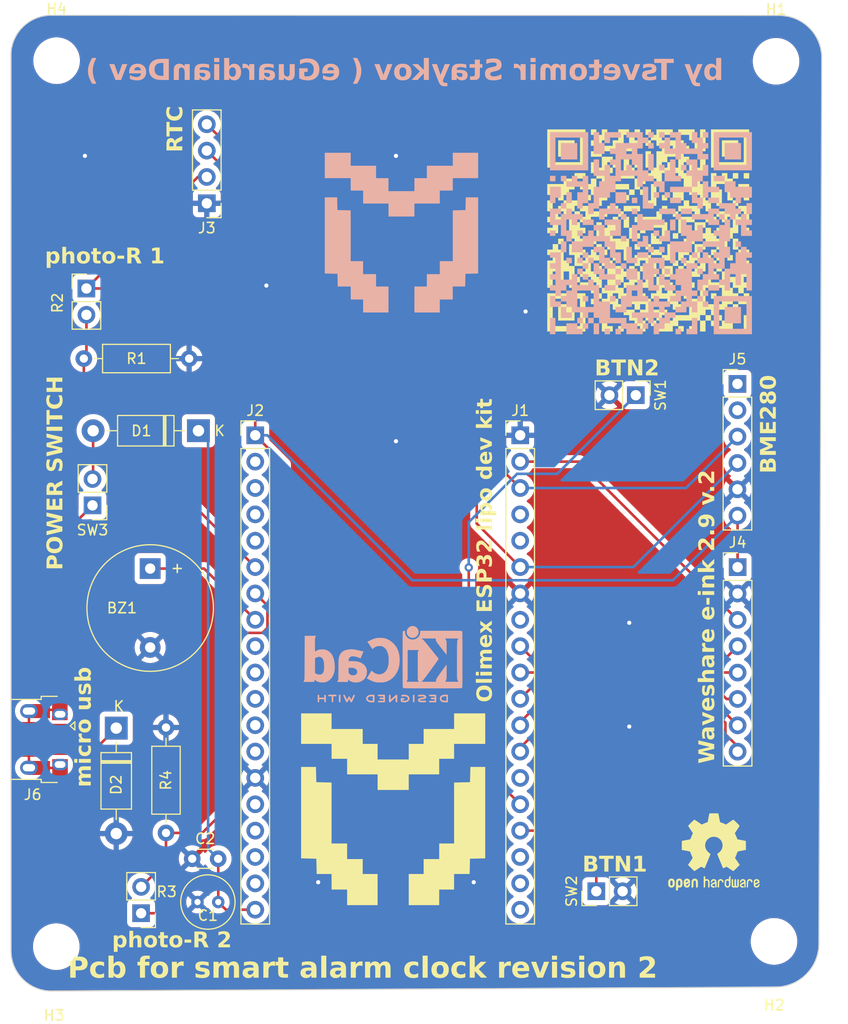
<source format=kicad_pcb>
(kicad_pcb (version 20241229) (generator "pcbnew") (generator_version "9.0")
  (layers (0 "F.Cu" signal) (2 "B.Cu" signal) (13 "F.Paste" user) (15 "B.Paste" user) (5 "F.SilkS" user "F.Silkscreen") (7 "B.SilkS" user "B.Silkscreen") (1 "F.Mask" user) (3 "B.Mask" user) (25 "Edge.Cuts" user))
  (net 0 "")
  (net 1 "Buzzer")
  (net 2 "BME GND")
  (net 3 "GPIO1")
  (net 4 "E-Ink RST")
  (net 5 "BME SCL")
  (net 6 "E-Ink CS")
  (net 7 "GPIO6")
  (net 8 "E-Ink DC")
  (net 9 "E-Ink CLK")
  (net 10 "E-Ink DIN")
  (net 11 "GPIO7")
  (net 12 "E-Ink BUSY")
  (net 13 "BTN1")
  (net 14 "GPIO19")
  (net 15 "GPIO0")
  (net 16 "BME SDA")
  (net 17 "BTN2")
  (net 18 "GPIO8")
  (net 19 "GPIO3")
  (net 20 "GPIO25")
  (net 21 "A1 LIGHT READ")
  (net 22 "GPIO11")
  (net 23 "+5 v")
  (net 24 "+3.3 V")
  (net 25 "ESP_EN")
  (net 26 "A2 LIGHT READ")
  (net 27 "GPIO26")
  (net 28 "GPIO13")
  (net 29 "GPIO14")
  (net 30 "GPIO12")
  (net 31 "GPI39")
  (net 32 "GPIO9")
  (net 33 "GPI36")
  (net 34 "GPIO10")
  (net 35 "GPI34")
  (net 36 "GPIO27")
  (net 39 "unconnected-(J6-Shield-Pad6)")
  (net 43 "Net-(J6-VBUS)")
  (net 44 "Net-(D1-A)")
  (net 45 "Net-(D2-K)")
  (footprint "MountingHole:MountingHole_4mm" (layer "F.Cu") (at 57.24 116.21)
    (property "Reference" "H3" (at -0.21 6.62 0) (layer "F.SilkS"))
    (property "Value" "MountingHole")
    (pad "" np_thru_hole circle (at 0 0) (size 4 4) (drill 4) (layers "*.Cu" "*.Mask"))
  )
  (footprint "Diode_THT:D_DO-41_SOD81_P10.16mm_Horizontal" (layer "F.Cu") (at 63.02 95.15 -90)
    (property "Reference" "D2" (at 5.46 0 90) (layer "F.SilkS"))
    (property "Value" "D")
    (fp_text user "K" (at -2.1 -0.25 180) (layer "F.SilkS"))
    (pad "1" thru_hole rect (at 0 0 270) (size 2.2 2.2) (drill 1.1) (layers "*.Cu" "*.Mask") (net 45 "Net-(D2-K)"))
    (pad "2" thru_hole oval (at 10.16 0 270) (size 2.2 2.2) (drill 1.1) (layers "*.Cu" "*.Mask") (net 2 "BME GND"))
  )
  (footprint "Connector_USB:USB_Micro-B_Amphenol_10103594-0001LF_Horizontal" (layer "F.Cu") (at 55.7152 96.261 -90)
    (property "Reference" "J6" (at 5.299 0.7552 180) (layer "F.SilkS"))
    (property "Value" "USB_B_Micro")
    (pad "1" smd rect (at -1.325 -1.765) (size 1.65 0.4) (layers "F.Cu" "F.Mask" "F.Paste") (net 43 "Net-(J6-VBUS)"))
    (pad "2" smd rect (at -0.675 -1.765) (size 1.65 0.4) (layers "F.Cu" "F.Mask" "F.Paste"))
    (pad "3" smd rect (at -0.025 -1.765) (size 1.65 0.4) (layers "F.Cu" "F.Mask" "F.Paste"))
    (pad "4" smd rect (at 0.625 -1.765) (size 1.65 0.4) (layers "F.Cu" "F.Mask" "F.Paste"))
    (pad "5" smd rect (at 1.275 -1.765) (size 1.65 0.4) (layers "F.Cu" "F.Mask" "F.Paste") (net 45 "Net-(D2-K)"))
    (pad "6" smd rect (at -2.975 -0.565 270) (size 1.825 0.7) (layers "F.Cu" "F.Mask" "F.Paste") (net 39 "unconnected-(J6-Shield-Pad6)"))
    (pad "6" smd rect (at -2.875 -1.865 270) (size 2 1.5) (layers "F.Cu" "F.Mask" "F.Paste") (net 39 "unconnected-(J6-Shield-Pad6)"))
    (pad "6" smd rect (at -2.755 0.185 270) (size 1.35 2) (layers "F.Cu" "F.Mask" "F.Paste") (net 39 "unconnected-(J6-Shield-Pad6)"))
    (pad "6" thru_hole oval (at -2.755 1.115) (size 1.7 1.35) (drill oval 1.2 0.7) (property pad_prop_heatsink) (layers "*.Cu" "*.Mask") (net 39 "unconnected-(J6-Shield-Pad6)"))
    (pad "6" thru_hole oval (at -2.445 -1.885) (size 1.5 1.1) (drill oval 1.05 0.65) (property pad_prop_heatsink) (layers "*.Cu" "*.Mask") (net 39 "unconnected-(J6-Shield-Pad6)"))
    (pad "6" smd rect (at -0.985 1.385) (size 2.5 1.43) (layers "F.Cu" "F.Mask" "F.Paste") (net 39 "unconnected-(J6-Shield-Pad6)"))
    (pad "6" smd rect (at 0.935 1.385) (size 2.5 1.43) (layers "F.Cu" "F.Mask" "F.Paste") (net 39 "unconnected-(J6-Shield-Pad6)"))
    (pad "6" thru_hole oval (at 2.395 -1.885) (size 1.5 1.1) (drill oval 1.05 0.65) (property pad_prop_heatsink) (layers "*.Cu" "*.Mask") (net 39 "unconnected-(J6-Shield-Pad6)"))
    (pad "6" thru_hole oval (at 2.705 1.115) (size 1.7 1.35) (drill oval 1.2 0.7) (property pad_prop_heatsink) (layers "*.Cu" "*.Mask") (net 39 "unconnected-(J6-Shield-Pad6)"))
    (pad "6" smd rect (at 2.725 0.185 270) (size 1.35 2) (layers "F.Cu" "F.Mask" "F.Paste") (net 39 "unconnected-(J6-Shield-Pad6)"))
    (pad "6" smd rect (at 2.875 -1.885 270) (size 2 1.5) (layers "F.Cu" "F.Mask" "F.Paste") (net 39 "unconnected-(J6-Shield-Pad6)"))
    (pad "6" smd rect (at 2.975 -0.565 270) (size 1.825 0.7) (layers "F.Cu" "F.Mask" "F.Paste") (net 39 "unconnected-(J6-Shield-Pad6)"))
  )
  (footprint "Connector_PinHeader_2.54mm:PinHeader_1x08_P2.54mm_Vertical" (layer "F.Cu") (at 122.95 79.64)
    (property "Reference" "J4" (at 0 -2.38 0) (layer "F.SilkS"))
    (property "Value" "Conn_01x08_Socket" (hide yes))
    (pad "1" thru_hole rect (at 0 0) (size 1.7 1.7) (drill 1) (layers "*.Cu" "*.Mask") (net 24 "+3.3 V"))
    (pad "2" thru_hole circle (at 0 2.54) (size 1.7 1.7) (drill 1) (layers "*.Cu" "*.Mask") (net 2 "BME GND"))
    (pad "3" thru_hole circle (at 0 5.08) (size 1.7 1.7) (drill 1) (layers "*.Cu" "*.Mask") (net 10 "E-Ink DIN"))
    (pad "4" thru_hole circle (at 0 7.62) (size 1.7 1.7) (drill 1) (layers "*.Cu" "*.Mask") (net 9 "E-Ink CLK"))
    (pad "5" thru_hole circle (at 0 10.16) (size 1.7 1.7) (drill 1) (layers "*.Cu" "*.Mask") (net 6 "E-Ink CS"))
    (pad "6" thru_hole circle (at 0 12.7) (size 1.7 1.7) (drill 1) (layers "*.Cu" "*.Mask") (net 8 "E-Ink DC"))
    (pad "7" thru_hole circle (at 0 15.24) (size 1.7 1.7) (drill 1) (layers "*.Cu" "*.Mask") (net 4 "E-Ink RST"))
    (pad "8" thru_hole circle (at 0 17.78) (size 1.7 1.7) (drill 1) (layers "*.Cu" "*.Mask") (net 12 "E-Ink BUSY"))
  )
  (footprint "Connector_PinHeader_2.54mm:PinHeader_1x02_P2.54mm_Vertical" (layer "F.Cu") (at 109.3216 110.871 90)
    (property "Reference" "SW2" (at 0 -2.38 90) (layer "F.SilkS"))
    (property "Value" "SW_Push")
    (pad "1" thru_hole rect (at 0 0 90) (size 1.7 1.7) (drill 1) (layers "*.Cu" "*.Mask") (net 17 "BTN2"))
    (pad "2" thru_hole circle (at 0 2.54 90) (size 1.7 1.7) (drill 1) (layers "*.Cu" "*.Mask") (net 2 "BME GND"))
  )
  (footprint "Buzzer_Beeper:Buzzer_12x9.5RM7.6" (layer "F.Cu") (at 66.294 79.776 -90)
    (property "Reference" "BZ1" (at 3.8 2.724 180) (layer "F.SilkS"))
    (property "Value" "Buzzer")
    (fp_text user "+" (at -0.01 -2.54 90) (layer "F.SilkS"))
    (pad "1" thru_hole rect (at 0 0 270) (size 2 2) (drill 1) (layers "*.Cu" "*.Mask") (net 1 "Buzzer"))
    (pad "2" thru_hole circle (at 7.6 0 270) (size 2 2) (drill 1) (layers "*.Cu" "*.Mask") (net 2 "BME GND"))
  )
  (footprint "MountingHole:MountingHole_4mm" (layer "F.Cu") (at 57.27 30.83)
    (property "Reference" "H4" (at 0 -5 0) (layer "F.SilkS"))
    (property "Value" "MountingHole")
    (pad "" np_thru_hole circle (at 0 0) (size 4 4) (drill 4) (layers "*.Cu" "*.Mask"))
  )
  (footprint "Logos:30x30-logo" (layer "F.Cu") (at 89.73 102.61)
    (property "Reference" "G***" (hide yes))
    (property "Value" "LOGO" (hide yes))
  )
  (footprint "MountingHole:MountingHole_4mm" (layer "F.Cu") (at 126.46 115.7)
    (property "Reference" "H2" (at 0.03 6.14 0) (layer "F.SilkS"))
    (property "Value" "MountingHole")
    (pad "" np_thru_hole circle (at 0 0) (size 4 4) (drill 4) (layers "*.Cu" "*.Mask"))
  )
  (footprint "Logos:negative-small-SmartAlarmClock-QR-code" (layer "F.Cu") (at 114.33 47.19)
    (property "Reference" "G***" (hide yes))
    (property "Value" "LOGO" (hide yes))
  )
  (footprint "Connector_PinHeader_2.54mm:PinHeader_1x06_P2.54mm_Vertical" (layer "F.Cu") (at 122.936 61.976)
    (property "Reference" "J5" (at 0 -2.38 0) (layer "F.SilkS"))
    (property "Value" "Conn_01x06_Pin" (hide yes))
    (pad "1" thru_hole rect (at 0 0) (size 1.7 1.7) (drill 1) (layers "*.Cu" "*.Mask"))
    (pad "2" thru_hole circle (at 0 2.54) (size 1.7 1.7) (drill 1) (layers "*.Cu" "*.Mask"))
    (pad "3" thru_hole circle (at 0 5.08) (size 1.7 1.7) (drill 1) (layers "*.Cu" "*.Mask") (net 5 "BME SCL"))
    (pad "4" thru_hole circle (at 0 7.62) (size 1.7 1.7) (drill 1) (layers "*.Cu" "*.Mask") (net 16 "BME SDA"))
    (pad "5" thru_hole circle (at 0 10.16) (size 1.7 1.7) (drill 1) (layers "*.Cu" "*.Mask") (net 2 "BME GND"))
    (pad "6" thru_hole circle (at 0 12.7) (size 1.7 1.7) (drill 1) (layers "*.Cu" "*.Mask") (net 24 "+3.3 V"))
  )
  (footprint "Diode_THT:D_DO-41_SOD81_P10.16mm_Horizontal" (layer "F.Cu") (at 70.95 66.49 180)
    (property "Reference" "D1" (at 5.5 -0.02 0) (layer "F.SilkS"))
    (property "Value" "D")
    (fp_text user "K" (at -2.04 -0.01 0) (layer "F.SilkS"))
    (pad "1" thru_hole rect (at 0 0 180) (size 2.2 2.2) (drill 1.1) (layers "*.Cu" "*.Mask") (net 23 "+5 v"))
    (pad "2" thru_hole oval (at 10.16 0 180) (size 2.2 2.2) (drill 1.1) (layers "*.Cu" "*.Mask") (net 44 "Net-(D1-A)"))
  )
  (footprint "Connector_PinHeader_2.54mm:PinHeader_1x19_P2.54mm_Vertical" (layer "F.Cu") (at 101.981 66.929)
    (property "Reference" "J1" (at 0 -2.38 0) (layer "F.SilkS"))
    (property "Value" "Conn_01x19_Socket")
    (pad "1" thru_hole rect (at 0 0) (size 1.7 1.7) (drill 1) (layers "*.Cu" "*.Mask") (net 2 "BME GND"))
    (pad "2" thru_hole circle (at 0 2.54) (size 1.7 1.7) (drill 1) (layers "*.Cu" "*.Mask") (net 10 "E-Ink DIN"))
    (pad "3" thru_hole circle (at 0 5.08) (size 1.7 1.7) (drill 1) (layers "*.Cu" "*.Mask") (net 5 "BME SCL"))
    (pad "4" thru_hole circle (at 0 7.62) (size 1.7 1.7) (drill 1) (layers "*.Cu" "*.Mask") (net 3 "GPIO1"))
    (pad "5" thru_hole circle (at 0 10.16) (size 1.7 1.7) (drill 1) (layers "*.Cu" "*.Mask") (net 19 "GPIO3"))
    (pad "6" thru_hole circle (at 0 12.7) (size 1.7 1.7) (drill 1) (layers "*.Cu" "*.Mask") (net 16 "BME SDA"))
    (pad "7" thru_hole circle (at 0 15.24) (size 1.7 1.7) (drill 1) (layers "*.Cu" "*.Mask") (net 2 "BME GND"))
    (pad "8" thru_hole circle (at 0 17.78) (size 1.7 1.7) (drill 1) (layers "*.Cu" "*.Mask") (net 14 "GPIO19"))
    (pad "9" thru_hole circle (at 0 20.32) (size 1.7 1.7) (drill 1) (layers "*.Cu" "*.Mask") (net 9 "E-Ink CLK"))
    (pad "10" thru_hole circle (at 0 22.86) (size 1.7 1.7) (drill 1) (layers "*.Cu" "*.Mask") (net 6 "E-Ink CS"))
    (pad "11" thru_hole circle (at 0 25.4) (size 1.7 1.7) (drill 1) (layers "*.Cu" "*.Mask") (net 8 "E-Ink DC"))
    (pad "12" thru_hole circle (at 0 27.94) (size 1.7 1.7) (drill 1) (layers "*.Cu" "*.Mask") (net 4 "E-Ink RST"))
    (pad "13" thru_hole circle (at 0 30.48) (size 1.7 1.7) (drill 1) (layers "*.Cu" "*.Mask") (net 12 "E-Ink BUSY"))
    (pad "14" thru_hole circle (at 0 33.02) (size 1.7 1.7) (drill 1) (layers "*.Cu" "*.Mask") (net 15 "GPIO0"))
    (pad "15" thru_hole circle (at 0 35.56) (size 1.7 1.7) (drill 1) (layers "*.Cu" "*.Mask") (net 13 "BTN1"))
    (pad "16" thru_hole circle (at 0 38.1) (size 1.7 1.7) (drill 1) (layers "*.Cu" "*.Mask") (net 17 "BTN2"))
    (pad "17" thru_hole circle (at 0 40.64) (size 1.7 1.7) (drill 1) (layers "*.Cu" "*.Mask") (net 18 "GPIO8"))
    (pad "18" thru_hole circle (at 0 43.18) (size 1.7 1.7) (drill 1) (layers "*.Cu" "*.Mask") (net 11 "GPIO7"))
    (pad "19" thru_hole circle (at 0 45.72) (size 1.7 1.7) (drill 1) (layers "*.Cu" "*.Mask") (net 7 "GPIO6"))
  )
  (footprint "Resistor_THT:R_Axial_DIN0207_L6.3mm_D2.5mm_P10.16mm_Horizontal" (layer "F.Cu") (at 67.82 105.25 90)
    (property "Reference" "R4" (at 5.08 0 90) (layer "F.SilkS"))
    (property "Value" "R")
    (pad "1" thru_hole circle (at 0 0 90) (size 1.6 1.6) (drill 0.8) (layers "*.Cu" "*.Mask") (net 26 "A2 LIGHT READ"))
    (pad "2" thru_hole oval (at 10.16 0 90) (size 1.6 1.6) (drill 0.8) (layers "*.Cu" "*.Mask") (net 2 "BME GND"))
  )
  (footprint "Symbol:OSHW-Logo2_9.8x8mm_SilkScreen" (layer "F.Cu") (at 120.66 107.08)
    (property "Reference" "REF**" (hide yes))
    (property "Value" "OSHW-Logo2_9.8x8mm_SilkScreen" (hide yes))
  )
  (footprint "Resistor_THT:R_Axial_DIN0207_L6.3mm_D2.5mm_P10.16mm_Horizontal" (layer "F.Cu") (at 59.8932 59.5376)
    (property "Reference" "R1" (at 5.08 0 0) (layer "F.SilkS"))
    (property "Value" "R")
    (pad "1" thru_hole circle (at 0 0) (size 1.6 1.6) (drill 0.8) (layers "*.Cu" "*.Mask") (net 21 "A1 LIGHT READ"))
    (pad "2" thru_hole oval (at 10.16 0) (size 1.6 1.6) (drill 0.8) (layers "*.Cu" "*.Mask") (net 2 "BME GND"))
  )
  (footprint "Connector_PinHeader_2.54mm:PinHeader_1x02_P2.54mm_Vertical" (layer "F.Cu") (at 60.1472 52.7812)
    (property "Reference" "R2" (at -2.794 1.397 90) (layer "F.SilkS"))
    (property "Value" "R_Photo")
    (pad "1" thru_hole rect (at 0 0) (size 1.7 1.7) (drill 1) (layers "*.Cu" "*.Mask") (net 24 "+3.3 V"))
    (pad "2" thru_hole circle (at 0 2.54) (size 1.7 1.7) (drill 1) (layers "*.Cu" "*.Mask") (net 21 "A1 LIGHT READ"))
  )
  (footprint "Connector_PinHeader_2.54mm:PinHeader_1x02_P2.54mm_Vertical" (layer "F.Cu") (at 65.42 112.99 180)
    (property "Reference" "R3" (at -2.4648 2.068 0) (layer "F.SilkS"))
    (property "Value" "R_Photo")
    (pad "1" thru_hole rect (at 0 0 180) (size 1.7 1.7) (drill 1) (layers "*.Cu" "*.Mask") (net 24 "+3.3 V"))
    (pad "2" thru_hole circle (at 0 2.54 180) (size 1.7 1.7) (drill 1) (layers "*.Cu" "*.Mask") (net 26 "A2 LIGHT READ"))
  )
  (footprint "MountingHole:MountingHole_4mm" (layer "F.Cu") (at 126.66 30.89)
    (property "Reference" "H1" (at 0 -5 0) (layer "F.SilkS"))
    (property "Value" "MountingHole")
    (pad "" np_thru_hole circle (at 0 0) (size 4 4) (drill 4) (layers "*.Cu" "*.Mask"))
  )
  (footprint "Connector_PinHeader_2.54mm:PinHeader_1x04_P2.54mm_Vertical" (layer "F.Cu") (at 71.755 44.577 180)
    (property "Reference" "J3" (at 0 -2.38 0) (layer "F.SilkS"))
    (property "Value" "Conn_01x04_Socket" (hide yes))
    (pad "1" thru_hole rect (at 0 0 180) (size 1.7 1.7) (drill 1) (layers "*.Cu" "*.Mask") (net 2 "BME GND"))
    (pad "2" thru_hole circle (at 0 2.54 180) (size 1.7 1.7) (drill 1) (layers "*.Cu" "*.Mask") (net 24 "+3.3 V"))
    (pad "3" thru_hole circle (at 0 5.08 180) (size 1.7 1.7) (drill 1) (layers "*.Cu" "*.Mask") (net 16 "BME SDA"))
    (pad "4" thru_hole circle (at 0 7.62 180) (size 1.7 1.7) (drill 1) (layers "*.Cu" "*.Mask") (net 5 "BME SCL"))
  )
  (footprint "Connector_PinHeader_2.54mm:PinHeader_1x19_P2.54mm_Vertical" (layer "F.Cu") (at 76.4286 66.929)
    (property "Reference" "J2" (at 0 -2.38 0) (layer "F.SilkS"))
    (property "Value" "Conn_01x19_Socket")
    (pad "1" thru_hole rect (at 0 0) (size 1.7 1.7) (drill 1) (layers "*.Cu" "*.Mask") (net 24 "+3.3 V"))
    (pad "2" thru_hole circle (at 0 2.54) (size 1.7 1.7) (drill 1) (layers "*.Cu" "*.Mask") (net 25 "ESP_EN"))
    (pad "3" thru_hole circle (at 0 5.08) (size 1.7 1.7) (drill 1) (layers "*.Cu" "*.Mask") (net 33 "GPI36"))
    (pad "4" thru_hole circle (at 0 7.62) (size 1.7 1.7) (drill 1) (layers "*.Cu" "*.Mask") (net 31 "GPI39"))
    (pad "5" thru_hole circle (at 0 10.16) (size 1.7 1.7) (drill 1) (layers "*.Cu" "*.Mask") (net 35 "GPI34"))
    (pad "6" thru_hole circle (at 0 12.7) (size 1.7 1.7) (drill 1) (layers "*.Cu" "*.Mask") (net 21 "A1 LIGHT READ"))
    (pad "7" thru_hole circle (at 0 15.24) (size 1.7 1.7) (drill 1) (layers "*.Cu" "*.Mask") (net 26 "A2 LIGHT READ"))
    (pad "8" thru_hole circle (at 0 17.78) (size 1.7 1.7) (drill 1) (layers "*.Cu" "*.Mask") (net 1 "Buzzer"))
    (pad "9" thru_hole circle (at 0 20.32) (size 1.7 1.7) (drill 1) (layers "*.Cu" "*.Mask") (net 20 "GPIO25"))
    (pad "10" thru_hole circle (at 0 22.86) (size 1.7 1.7) (drill 1) (layers "*.Cu" "*.Mask") (net 27 "GPIO26"))
    (pad "11" thru_hole circle (at 0 25.4) (size 1.7 1.7) (drill 1) (layers "*.Cu" "*.Mask") (net 36 "GPIO27"))
    (pad "12" thru_hole circle (at 0 27.94) (size 1.7 1.7) (drill 1) (layers "*.Cu" "*.Mask") (net 29 "GPIO14"))
    (pad "13" thru_hole circle (at 0 30.48) (size 1.7 1.7) (drill 1) (layers "*.Cu" "*.Mask") (net 30 "GPIO12"))
    (pad "14" thru_hole circle (at 0 33.02) (size 1.7 1.7) (drill 1) (layers "*.Cu" "*.Mask") (net 2 "BME GND"))
    (pad "15" thru_hole circle (at 0 35.56) (size 1.7 1.7) (drill 1) (layers "*.Cu" "*.Mask") (net 28 "GPIO13"))
    (pad "16" thru_hole circle (at 0 38.1) (size 1.7 1.7) (drill 1) (layers "*.Cu" "*.Mask") (net 32 "GPIO9"))
    (pad "17" thru_hole circle (at 0 40.64) (size 1.7 1.7) (drill 1) (layers "*.Cu" "*.Mask") (net 34 "GPIO10"))
    (pad "18" thru_hole circle (at 0 43.18) (size 1.7 1.7) (drill 1) (layers "*.Cu" "*.Mask") (net 22 "GPIO11"))
    (pad "19" thru_hole circle (at 0 45.72) (size 1.7 1.7) (drill 1) (layers "*.Cu" "*.Mask") (net 23 "+5 v"))
  )
  (footprint "Capacitor_THT:C_Disc_D3.0mm_W1.6mm_P2.50mm" (layer "F.Cu") (at 72.85 107.74 180)
    (property "Reference" "C2" (at 1.25 1.93 0) (layer "F.SilkS"))
    (property "Value" "C")
    (pad "1" thru_hole circle (at 0 0 180) (size 1.6 1.6) (drill 0.8) (layers "*.Cu" "*.Mask") (net 23 "+5 v"))
    (pad "2" thru_hole circle (at 2.5 0 180) (size 1.6 1.6) (drill 0.8) (layers "*.Cu" "*.Mask") (net 2 "BME GND"))
  )
  (footprint "Connector_PinHeader_2.54mm:PinHeader_1x02_P2.54mm_Vertical" (layer "F.Cu") (at 113.1316 63.0682 -90)
    (property "Reference" "SW1" (at 0 -2.38 90) (layer "F.SilkS"))
    (property "Value" "SW_Push")
    (pad "1" thru_hole rect (at 0 0 270) (size 1.7 1.7) (drill 1) (layers "*.Cu" "*.Mask") (net 13 "BTN1"))
    (pad "2" thru_hole circle (at 0 2.54 270) (size 1.7 1.7) (drill 1) (layers "*.Cu" "*.Mask") (net 2 "BME GND"))
  )
  (footprint "Capacitor_THT:C_Radial_D5.0mm_H5.0mm_P2.00mm" (layer "F.Cu") (at 72.86 111.91 180)
    (property "Reference" "C1" (at 1 -1.3 0) (layer "F.SilkS"))
    (property "Value" "C")
    (pad "1" thru_hole circle (at 0 0 180) (size 1.2 1.2) (drill 0.6) (layers "*.Cu" "*.Mask") (net 23 "+5 v"))
    (pad "2" thru_hole circle (at 2 0 180) (size 1.2 1.2) (drill 0.6) (layers "*.Cu" "*.Mask") (net 2 "BME GND"))
  )
  (footprint "Connector_PinHeader_2.54mm:PinHeader_1x02_P2.54mm_Vertical" (layer "F.Cu") (at 60.7314 73.6854 180)
    (property "Reference" "SW3" (at 0 -2.38 0) (layer "F.SilkS"))
    (property "Value" "SW_SPST")
    (pad "1" thru_hole rect (at 0 0 180) (size 1.7 1.7) (drill 1) (layers "*.Cu" "*.Mask") (net 43 "Net-(J6-VBUS)"))
    (pad "2" thru_hole circle (at 0 2.54 180) (size 1.7 1.7) (drill 1) (layers "*.Cu" "*.Mask") (net 44 "Net-(D1-A)"))
  )
  (footprint "Symbol:KiCad-Logo2_6mm_SilkScreen" (layer "B.Cu") (at 88.747487 88.294848 180)
    (property "Reference" "REF**" (hide yes))
    (property "Value" "KiCad-Logo2_6mm_SilkScreen" (hide yes))
  )
  (footprint "Logos:negative-small-SmartAlarmClock-QR-code" (layer "B.Cu") (at 114.593212 47.453212 180)
    (property "Reference" "G***" (hide yes))
    (property "Value" "LOGO" (hide yes))
  )
  (footprint "Logos:Logo25mm" (layer "B.Cu") (at 90.53 47.1 180)
    (property "Reference" "G***" (hide yes))
    (property "Value" "LOGO" (hide yes))
  )
  (gr_line (start 56.767534 120.487842) (end 126.6 120.1) (stroke (width 0.1)) (layer "Edge.Cuts"))
  (gr_line (start 52.863055 30.080003) (end 52.867534 116.580999) (stroke (width 0.1)) (layer "Edge.Cuts"))
  (gr_line (start 56.85 26.46) (end 126.887286 26.471413) (stroke (width 0.1)) (layer "Edge.Cuts"))
  (gr_arc (start 130.8 115.9) (mid 129.569848 118.869848) (end 126.6 120.1) (stroke (width 0.1)) (layer "Edge.Cuts"))
  (gr_arc (start 52.863055 30.08) (mid 54.127469 27.465638) (end 56.850127 26.45531) (stroke (width 0.1)) (layer "Edge.Cuts"))
  (gr_arc (start 56.767534 120.487842) (mid 54.009818 119.345558) (end 52.867534 116.587842) (stroke (width 0.1)) (layer "Edge.Cuts"))
  (gr_arc (start 126.881747 26.47328) (mid 129.8 27.6) (end 131.066805 30.460228) (stroke (width 0.1)) (layer "Edge.Cuts"))
  (gr_line (start 130.8 115.9) (end 131.066805 30.459649) (stroke (width 0.1)) (layer "Edge.Cuts"))
  (gr_text "Waveshare e-ink 2.9 v.2" (at 120.95 98.58 90) (layer "F.SilkS") (effects (font (size 1.5 1.5) (thickness 0.3) (bold yes)) (justify left bottom)))
  (gr_text "Pcb for smart alarm clock revision 2" (at 86.78 119.54 0) (layer "F.SilkS") (effects (font (size 2 2) (thickness 0.4) (bold yes)) (justify bottom)))
  (gr_text "photo-R 2" (at 62.61 116.53 0) (layer "F.SilkS") (effects (font (size 1.5 1.5) (thickness 0.3) (bold yes)) (justify left bottom)))
  (gr_text "RTC" (at 69.65 39.67 90) (layer "F.SilkS") (effects (font (size 1.5 1.5) (thickness 0.3) (bold yes)) (justify left bottom)))
  (gr_text "BTN1\n" (at 107.98 109.23 0) (layer "F.SilkS") (effects (font (size 1.5 1.5) (thickness 0.3) (bold yes)) (justify left bottom)))
  (gr_text "BTN2\n" (at 109.16 61.41 0) (layer "F.SilkS") (effects (font (size 1.5 1.5) (thickness 0.3) (bold yes)) (justify left bottom)))
  (gr_text "POWER SWITCH" (at 58.08 79.94 90) (layer "F.SilkS") (effects (font (size 1.5 1.5) (thickness 0.3) (bold yes)) (justify left bottom)))
  (gr_text "photo-R 1" (at 56.14 50.62 0) (layer "F.SilkS") (effects (font (size 1.5 1.5) (thickness 0.3) (bold yes)) (justify left bottom)))
  (gr_text "BME280\n" (at 126.89 70.61 90) (layer "F.SilkS") (effects (font (size 1.5 1.5) (thickness 0.3) (bold yes)) (justify left bottom)))
  (gr_text "Olimex ESP32 lipo dev kit" (at 99.49 92.67 90) (layer "F.SilkS") (effects (font (size 1.45 1.45) (thickness 0.25) (bold yes)) (justify left bottom)))
  (gr_text "micro usb" (at 60.82 100.85 90) (layer "F.SilkS") (effects (font (size 1.5 1.5) (thickness 0.3) (bold yes)) (justify left bottom)))
  (gr_text "by Tsvetomir Staykov ( eGuardianDev )" (at 90.83 33.03 0) (layer "B.SilkS") (effects (font (size 2 2) (thickness 0.4) (bold yes)) (justify bottom mirror)))
  (segment (start 71.4956 79.776) (end 66.294 79.776) (width 0.25) (layer "F.Cu") (net 1))
  (segment (start 76.4286 84.709) (end 71.4956 79.776) (width 0.25) (layer "F.Cu") (net 1))
  (via (at 82.5 110) (size 0.8) (drill 0.4) (layers "F.Cu" "B.Cu") (net 2))
  (via (at 97.5 110) (size 0.8) (drill 0.4) (layers "F.Cu" "B.Cu") (net 2))
  (via (at 102.5 55) (size 0.8) (drill 0.4) (layers "F.Cu" "B.Cu") (net 2))
  (via (at 77.5 52.5) (size 0.8) (drill 0.4) (layers "F.Cu" "B.Cu") (net 2))
  (via (at 112.5 85) (size 0.8) (drill 0.4) (layers "F.Cu" "B.Cu") (net 2))
  (via (at 90 40) (size 0.8) (drill 0.4) (layers "F.Cu" "B.Cu") (net 2))
  (via (at 112.5 95) (size 0.8) (drill 0.4) (layers "F.Cu" "B.Cu") (net 2))
  (via (at 90 67.5) (size 0.8) (drill 0.4) (layers "F.Cu" "B.Cu") (net 2))
  (via (at 60 40) (size 0.8) (drill 0.4) (layers "F.Cu" "B.Cu") (net 2))
  (segment (start 105.66 90.9) (end 101.981 94.579) (width 0.25) (layer "F.Cu") (net 4))
  (segment (start 122.95 94.88) (end 118.97 90.9) (width 0.25) (layer "F.Cu") (net 4))
  (segment (start 118.97 90.9) (end 105.66 90.9) (width 0.25) (layer "F.Cu") (net 4))
  (segment (start 101.981 94.579) (end 101.981 94.869) (width 0.25) (layer "F.Cu") (net 4))
  (segment (start 71.755 36.957) (end 99.06 64.262) (width 0.25) (layer "F.Cu") (net 5))
  (segment (start 99.06 64.262) (end 99.06 69.088) (width 0.25) (layer "F.Cu") (net 5))
  (segment (start 99.06 69.088) (end 101.981 72.009) (width 0.25) (layer "F.Cu") (net 5))
  (segment (start 122.936 67.056) (end 117.983 72.009) (width 0.25) (layer "B.Cu") (net 5))
  (segment (start 117.983 72.009) (end 101.981 72.009) (width 0.25) (layer "B.Cu") (net 5))
  (segment (start 122.939 89.789) (end 122.95 89.8) (width 0.25) (layer "F.Cu") (net 6))
  (segment (start 101.981 89.789) (end 122.939 89.789) (width 0.25) (layer "F.Cu") (net 6))
  (segment (start 121.88 92.34) (end 122.95 92.34) (width 0.25) (layer "F.Cu") (net 8))
  (segment (start 103.97 90.34) (end 119.88 90.34) (width 0.25) (layer "F.Cu") (net 8))
  (segment (start 119.88 90.34) (end 121.88 92.34) (width 0.25) (layer "F.Cu") (net 8))
  (segment (start 101.981 92.329) (end 103.97 90.34) (width 0.25) (layer "F.Cu") (net 8))
  (segment (start 103.952 89.22) (end 101.981 87.249) (width 0.25) (layer "F.Cu") (net 9))
  (segment (start 122.95 87.26) (end 120.99 89.22) (width 0.25) (layer "F.Cu") (net 9))
  (segment (start 120.99 89.22) (end 103.952 89.22) (width 0.25) (layer "F.Cu") (net 9))
  (segment (start 122.95 84.72) (end 107.699 69.469) (width 0.25) (layer "F.Cu") (net 10))
  (segment (start 107.699 69.469) (end 101.981 69.469) (width 0.25) (layer "F.Cu") (net 10))
  (segment (start 101.981 97.409) (end 101.981 97.039) (width 0.25) (layer "F.Cu") (net 12))
  (segment (start 101.981 97.039) (end 103.74 95.28) (width 0.25) (layer "F.Cu") (net 12))
  (segment (start 121.774 94.634) (end 121.774 95.734) (width 0.25) (layer "F.Cu") (net 12))
  (segment (start 103.74 94.18) (end 106.53 91.39) (width 0.25) (layer "F.Cu") (net 12))
  (segment (start 122.95 96.91) (end 122.95 97.42) (width 0.25) (layer "F.Cu") (net 12))
  (segment (start 106.53 91.39) (end 118.53 91.39) (width 0.25) (layer "F.Cu") (net 12))
  (segment (start 103.74 95.28) (end 103.74 94.18) (width 0.25) (layer "F.Cu") (net 12))
  (segment (start 118.53 91.39) (end 121.774 94.634) (width 0.25) (layer "F.Cu") (net 12))
  (segment (start 121.774 95.734) (end 122.95 96.91) (width 0.25) (layer "F.Cu") (net 12))
  (segment (start 101.981 102.489) (end 97.02 97.528) (width 0.25) (layer "F.Cu") (net 13))
  (segment (start 97.02 97.528) (end 97.02 79.67) (width 0.25) (layer "F.Cu") (net 13))
  (segment (start 97.02 79.67) (end 97.02 79.64) (width 0.25) (layer "F.Cu") (net 13))
  (via (at 97.02 79.67) (size 0.8) (drill 0.4) (layers "F.Cu" "B.Cu") (net 13))
  (segment (start 97.02 75.306884) (end 97.02 79.64) (width 0.25) (layer "B.Cu") (net 13))
  (segment (start 101.681884 70.645) (end 97.02 75.306884) (width 0.25) (layer "B.Cu") (net 13))
  (segment (start 113.1316 63.0682) (end 105.5548 70.645) (width 0.25) (layer "B.Cu") (net 13))
  (segment (start 105.5548 70.645) (end 101.681884 70.645) (width 0.25) (layer "B.Cu") (net 13))
  (segment (start 97.79 65.532) (end 97.79 75.438) (width 0.25) (layer "F.Cu") (net 16))
  (segment (start 97.79 75.438) (end 101.981 79.629) (width 0.25) (layer "F.Cu") (net 16))
  (segment (start 71.755 39.497) (end 97.79 65.532) (width 0.25) (layer "F.Cu") (net 16))
  (segment (start 122.936 69.596) (end 112.903 79.629) (width 0.25) (layer "B.Cu") (net 16))
  (segment (start 112.903 79.629) (end 101.981 79.629) (width 0.25) (layer "B.Cu") (net 16))
  (segment (start 109.3216 107.2896) (end 107.061 105.029) (width 0.25) (layer "F.Cu") (net 17))
  (segment (start 107.061 105.029) (end 101.981 105.029) (width 0.25) (layer "F.Cu") (net 17))
  (segment (start 109.3216 110.871) (end 109.3216 107.2896) (width 0.25) (layer "F.Cu") (net 17))
  (segment (start 60.1472 55.3212) (end 60.1472 59.2836) (width 0.25) (layer "F.Cu") (net 21))
  (segment (start 60.1472 59.2836) (end 59.8932 59.5376) (width 0.25) (layer "F.Cu") (net 21))
  (segment (start 59.8932 59.5376) (end 59.8932 63.0936) (width 0.25) (layer "F.Cu") (net 21))
  (segment (start 59.8932 63.0936) (end 76.4286 79.629) (width 0.25) (layer "F.Cu") (net 21))
  (segment (start 73.599 112.649) (end 72.86 111.91) (width 0.25) (layer "F.Cu") (net 23))
  (segment (start 76.4286 112.649) (end 73.599 112.649) (width 0.25) (layer "F.Cu") (net 23))
  (segment (start 72.86 107.75) (end 72.85 107.74) (width 0.25) (layer "F.Cu") (net 23))
  (segment (start 72.86 111.91) (end 72.86 107.75) (width 0.25) (layer "F.Cu") (net 23))
  (segment (start 71.88 67.42) (end 71.88 106.77) (width 0.25) (layer "B.Cu") (net 23))
  (segment (start 71.88 106.77) (end 72.85 107.74) (width 0.25) (layer "B.Cu") (net 23))
  (segment (start 70.95 66.49) (end 71.88 67.42) (width 0.25) (layer "B.Cu") (net 23))
  (segment (start 76.4286 59.9186) (end 76.4286 66.929) (width 0.25) (layer "F.Cu") (net 24))
  (segment (start 69.2912 52.7812) (end 76.4286 59.9186) (width 0.25) (layer "F.Cu") (net 24))
  (segment (start 70.726 116.586) (end 77.724 116.586) (width 0.25) (layer "F.Cu") (net 24))
  (segment (start 122.95 79.64) (end 122.95 74.69) (width 0.25) (layer "F.Cu") (net 24))
  (segment (start 79.248 69.7484) (end 76.4286 66.929) (width 0.25) (layer "F.Cu") (net 24))
  (segment (start 67.13 112.99) (end 65.42 112.99) (width 0.25) (layer "F.Cu") (net 24))
  (segment (start 60.1472 52.7812) (end 70.8914 42.037) (width 0.25) (layer "F.Cu") (net 24))
  (segment (start 122.95 74.69) (end 122.936 74.676) (width 0.25) (layer "F.Cu") (net 24))
  (segment (start 60.1472 52.7812) (end 69.2912 52.7812) (width 0.25) (layer "F.Cu") (net 24))
  (segment (start 77.724 116.586) (end 79.248 115.062) (width 0.25) (layer "F.Cu") (net 24))
  (segment (start 70.8914 42.037) (end 71.755 42.037) (width 0.25) (layer "F.Cu") (net 24))
  (segment (start 70.726 116.586) (end 67.13 112.99) (width 0.25) (layer "F.Cu") (net 24))
  (segment (start 79.248 115.062) (end 79.248 69.7484) (width 0.25) (layer "F.Cu") (net 24))
  (segment (start 122.936 74.676) (end 116.712 80.9) (width 0.25) (layer "B.Cu") (net 24))
  (segment (start 116.712 80.9) (end 91.57 80.9) (width 0.25) (layer "B.Cu") (net 24))
  (segment (start 91.57 80.9) (end 77.599 66.929) (width 0.25) (layer "B.Cu") (net 24))
  (segment (start 77.599 66.929) (end 76.4286 66.929) (width 0.25) (layer "B.Cu") (net 24))
  (segment (start 77.12 85.97) (end 74.71 85.97) (width 0.25) (layer "F.Cu") (net 26))
  (segment (start 77.6046 83.345) (end 77.6046 85.4854) (width 0.25) (layer "F.Cu") (net 26))
  (segment (start 74.71 85.97) (end 73.95 86.73) (width 0.25) (layer "F.Cu") (net 26))
  (segment (start 73.95 102.61) (end 71.31 105.25) (width 0.25) (layer "F.Cu") (net 26))
  (segment (start 67.82 105.25) (end 67.82 108.05) (width 0.25) (layer "F.Cu") (net 26))
  (segment (start 76.4286 82.169) (end 77.6046 83.345) (width 0.25) (layer "F.Cu") (net 26))
  (segment (start 73.95 86.73) (end 73.95 102.61) (width 0.25) (layer "F.Cu") (net 26))
  (segment (start 71.31 105.25) (end 67.82 105.25) (width 0.25) (layer "F.Cu") (net 26))
  (segment (start 67.82 108.05) (end 65.42 110.45) (width 0.25) (layer "F.Cu") (net 26))
  (segment (start 77.6046 85.4854) (end 77.12 85.97) (width 0.25) (layer "F.Cu") (net 26))
  (segment (start 54.3302 97.196) (end 54.3302 95.276) (width 0.25) (layer "F.Cu") (net 39))
  (segment (start 54.6002 93.506) (end 54.6002 95.006) (width 0.25) (layer "F.Cu") (net 39))
  (segment (start 57.5802 93.386) (end 55.6502 93.386) (width 0.25) (layer "F.Cu") (net 39))
  (segment (start 54.6002 95.006) (end 54.3302 95.276) (width 0.25) (layer "F.Cu") (net 39))
  (segment (start 55.5302 98.986) (end 57.2702 98.986) (width 0.25) (layer "F.Cu") (net 39))
  (segment (start 57.2702 98.986) (end 57.6002 98.656) (width 0.25) (layer "F.Cu") (net 39))
  (segment (start 54.6002 97.466) (end 54.3302 97.196) (width 0.25) (layer "F.Cu") (net 39))
  (segment (start 55.6502 93.386) (end 55.5302 93.506) (width 0.25) (layer "F.Cu") (net 39))
  (segment (start 54.6002 98.966) (end 54.6002 97.466) (width 0.25) (layer "F.Cu") (net 39))
  (segment (start 58.5552 94.936) (end 59.182 94.3092) (width 0.25) (layer "F.Cu") (net 43))
  (segment (start 57.4802 94.936) (end 58.5552 94.936) (width 0.25) (layer "F.Cu") (net 43))
  (segment (start 59.182 94.3092) (end 59.182 75.2348) (width 0.25) (layer "F.Cu") (net 43))
  (segment (start 59.182 75.2348) (end 60.7314 73.6854) (width 0.25) (layer "F.Cu") (net 43))
  (segment (start 60.79 71.0868) (end 60.7314 71.1454) (width 0.25) (layer "F.Cu") (net 44))
  (segment (start 60.79 66.49) (end 60.79 71.0868) (width 0.25) (layer "F.Cu") (net 44))
  (segment (start 63.02 95.15) (end 60.634 97.536) (width 0.25) (layer "F.Cu") (net 45))
  (segment (start 60.634 97.536) (end 57.4802 97.536) (width 0.25) (layer "F.Cu") (net 45))
  (segment (start 57.5162 97.5) (end 57.4802 97.536) (width 0.25) (layer "F.Cu") (net 45))
  (zone (net 2) (net_name "BME GND") (layers "F.Cu" "B.Cu") (connect_pads (clearance 0.5)) (min_thickness 0.25) (fill yes (thermal_gap 0.5) (thermal_bridge_width 0.5))
    (polygon (pts (xy 130.75 120.06) (xy 52 120.44) (xy 51.81 25.52) (xy 133.61 25.52) (xy 131.12 120.08)))
  )
)
</source>
